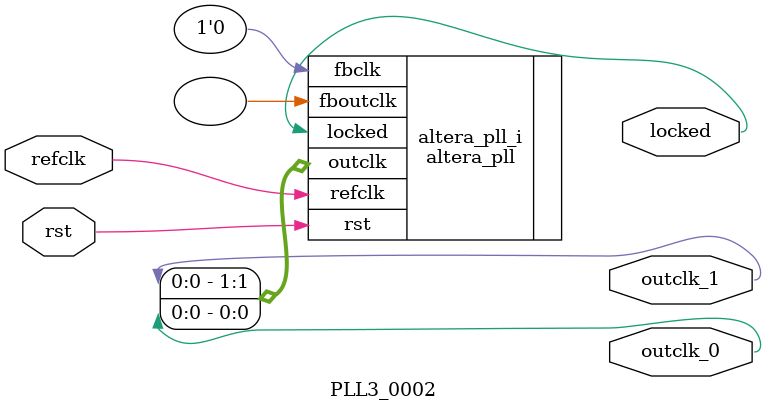
<source format=v>
`timescale 1ns/10ps
module  PLL3_0002(

	// interface 'refclk'
	input wire refclk,

	// interface 'reset'
	input wire rst,

	// interface 'outclk0'
	output wire outclk_0,

	// interface 'outclk1'
	output wire outclk_1,

	// interface 'locked'
	output wire locked
);

	altera_pll #(
		.fractional_vco_multiplier("false"),
		.reference_clock_frequency("50.0 MHz"),
		.operation_mode("direct"),
		.number_of_clocks(2),
		.output_clock_frequency0("20.000000 MHz"),
		.phase_shift0("0 ps"),
		.duty_cycle0(50),
		.output_clock_frequency1("30.000000 MHz"),
		.phase_shift1("0 ps"),
		.duty_cycle1(50),
		.output_clock_frequency2("0 MHz"),
		.phase_shift2("0 ps"),
		.duty_cycle2(50),
		.output_clock_frequency3("0 MHz"),
		.phase_shift3("0 ps"),
		.duty_cycle3(50),
		.output_clock_frequency4("0 MHz"),
		.phase_shift4("0 ps"),
		.duty_cycle4(50),
		.output_clock_frequency5("0 MHz"),
		.phase_shift5("0 ps"),
		.duty_cycle5(50),
		.output_clock_frequency6("0 MHz"),
		.phase_shift6("0 ps"),
		.duty_cycle6(50),
		.output_clock_frequency7("0 MHz"),
		.phase_shift7("0 ps"),
		.duty_cycle7(50),
		.output_clock_frequency8("0 MHz"),
		.phase_shift8("0 ps"),
		.duty_cycle8(50),
		.output_clock_frequency9("0 MHz"),
		.phase_shift9("0 ps"),
		.duty_cycle9(50),
		.output_clock_frequency10("0 MHz"),
		.phase_shift10("0 ps"),
		.duty_cycle10(50),
		.output_clock_frequency11("0 MHz"),
		.phase_shift11("0 ps"),
		.duty_cycle11(50),
		.output_clock_frequency12("0 MHz"),
		.phase_shift12("0 ps"),
		.duty_cycle12(50),
		.output_clock_frequency13("0 MHz"),
		.phase_shift13("0 ps"),
		.duty_cycle13(50),
		.output_clock_frequency14("0 MHz"),
		.phase_shift14("0 ps"),
		.duty_cycle14(50),
		.output_clock_frequency15("0 MHz"),
		.phase_shift15("0 ps"),
		.duty_cycle15(50),
		.output_clock_frequency16("0 MHz"),
		.phase_shift16("0 ps"),
		.duty_cycle16(50),
		.output_clock_frequency17("0 MHz"),
		.phase_shift17("0 ps"),
		.duty_cycle17(50),
		.pll_type("General"),
		.pll_subtype("General")
	) altera_pll_i (
		.rst	(rst),
		.outclk	({outclk_1, outclk_0}),
		.locked	(locked),
		.fboutclk	( ),
		.fbclk	(1'b0),
		.refclk	(refclk)
	);
endmodule


</source>
